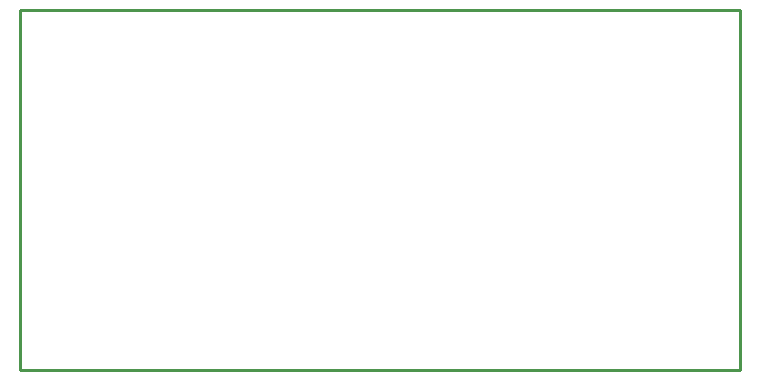
<source format=gbr>
G04 EAGLE Gerber RS-274X export*
G75*
%MOMM*%
%FSLAX34Y34*%
%LPD*%
%IN*%
%IPPOS*%
%AMOC8*
5,1,8,0,0,1.08239X$1,22.5*%
G01*
%ADD10C,0.254000*%


D10*
X0Y0D02*
X609600Y0D01*
X609600Y304800D01*
X0Y304800D01*
X0Y0D01*
M02*

</source>
